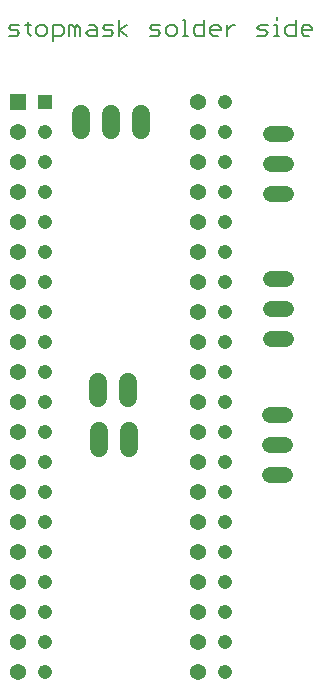
<source format=gbr>
G04 EAGLE Gerber RS-274X export*
G75*
%MOMM*%
%FSLAX34Y34*%
%LPD*%
%INSoldermask Bottom*%
%IPPOS*%
%AMOC8*
5,1,8,0,0,1.08239X$1,22.5*%
G01*
%ADD10R,1.371600X1.371600*%
%ADD11C,1.371600*%
%ADD12R,1.208000X1.208000*%
%ADD13C,1.208000*%
%ADD14C,0.177800*%
%ADD15C,1.524000*%
%ADD16C,1.371600*%


D10*
X21138Y496300D03*
D11*
X21138Y470900D03*
X21138Y445500D03*
X21138Y420100D03*
X21138Y394700D03*
X21138Y369300D03*
X21138Y343900D03*
X21138Y318500D03*
X21138Y293100D03*
X21138Y267700D03*
X21138Y242300D03*
X21138Y216900D03*
X21138Y191500D03*
X21138Y166100D03*
X21138Y140700D03*
X21138Y115300D03*
X21138Y89900D03*
X21138Y64500D03*
X21138Y39100D03*
X21138Y13700D03*
X173538Y13700D03*
X173538Y39100D03*
X173538Y64500D03*
X173538Y89900D03*
X173538Y115300D03*
X173538Y140700D03*
X173538Y166100D03*
X173538Y191500D03*
X173538Y216900D03*
X173538Y242300D03*
X173538Y267700D03*
X173538Y293100D03*
X173538Y318500D03*
X173538Y343900D03*
X173538Y369300D03*
X173538Y394700D03*
X173538Y420100D03*
X173538Y445500D03*
X173538Y470900D03*
X173538Y496300D03*
D12*
X44633Y496300D03*
D13*
X44633Y470900D03*
X44633Y445500D03*
X44633Y420100D03*
X44633Y394700D03*
X44633Y369300D03*
X44633Y343900D03*
X44633Y318500D03*
X44633Y293100D03*
X44633Y267700D03*
X44633Y242300D03*
X44633Y216900D03*
X44633Y191500D03*
X44633Y166100D03*
X44633Y140700D03*
X44633Y115300D03*
X44633Y89900D03*
X44633Y64500D03*
X44633Y39100D03*
X44633Y13700D03*
X197033Y13700D03*
X197033Y39100D03*
X197033Y64500D03*
X197033Y89900D03*
X197033Y115300D03*
X197033Y140700D03*
X197033Y166100D03*
X197033Y191500D03*
X197033Y216900D03*
X197033Y242300D03*
X197033Y267700D03*
X197033Y293100D03*
X197033Y318500D03*
X197033Y343900D03*
X197033Y369300D03*
X197033Y394700D03*
X197033Y420100D03*
X197033Y445500D03*
X197033Y470900D03*
X197033Y496300D03*
D14*
X20326Y552704D02*
X13589Y552704D01*
X20326Y552704D02*
X22571Y554950D01*
X20326Y557195D01*
X15835Y557195D01*
X13589Y559441D01*
X15835Y561686D01*
X22571Y561686D01*
X29867Y563932D02*
X29867Y554950D01*
X32113Y552704D01*
X32113Y561686D02*
X27622Y561686D01*
X39223Y552704D02*
X43714Y552704D01*
X45959Y554950D01*
X45959Y559441D01*
X43714Y561686D01*
X39223Y561686D01*
X36977Y559441D01*
X36977Y554950D01*
X39223Y552704D01*
X51010Y548213D02*
X51010Y561686D01*
X57747Y561686D01*
X59992Y559441D01*
X59992Y554950D01*
X57747Y552704D01*
X51010Y552704D01*
X65043Y552704D02*
X65043Y561686D01*
X67288Y561686D01*
X69534Y559441D01*
X69534Y552704D01*
X69534Y559441D02*
X71779Y561686D01*
X74025Y559441D01*
X74025Y552704D01*
X81321Y561686D02*
X85812Y561686D01*
X88058Y559441D01*
X88058Y552704D01*
X81321Y552704D01*
X79075Y554950D01*
X81321Y557195D01*
X88058Y557195D01*
X93108Y552704D02*
X99845Y552704D01*
X102090Y554950D01*
X99845Y557195D01*
X95354Y557195D01*
X93108Y559441D01*
X95354Y561686D01*
X102090Y561686D01*
X107141Y566178D02*
X107141Y552704D01*
X107141Y557195D02*
X113878Y552704D01*
X107141Y557195D02*
X113878Y561686D01*
X132868Y552704D02*
X139604Y552704D01*
X141850Y554950D01*
X139604Y557195D01*
X135113Y557195D01*
X132868Y559441D01*
X135113Y561686D01*
X141850Y561686D01*
X149146Y552704D02*
X153637Y552704D01*
X155883Y554950D01*
X155883Y559441D01*
X153637Y561686D01*
X149146Y561686D01*
X146900Y559441D01*
X146900Y554950D01*
X149146Y552704D01*
X160933Y566178D02*
X163179Y566178D01*
X163179Y552704D01*
X165424Y552704D02*
X160933Y552704D01*
X179271Y552704D02*
X179271Y566178D01*
X179271Y552704D02*
X172534Y552704D01*
X170288Y554950D01*
X170288Y559441D01*
X172534Y561686D01*
X179271Y561686D01*
X186567Y552704D02*
X191058Y552704D01*
X186567Y552704D02*
X184321Y554950D01*
X184321Y559441D01*
X186567Y561686D01*
X191058Y561686D01*
X193304Y559441D01*
X193304Y557195D01*
X184321Y557195D01*
X198354Y552704D02*
X198354Y561686D01*
X198354Y557195D02*
X202845Y561686D01*
X205091Y561686D01*
X224081Y552704D02*
X230817Y552704D01*
X233063Y554950D01*
X230817Y557195D01*
X226326Y557195D01*
X224081Y559441D01*
X226326Y561686D01*
X233063Y561686D01*
X238113Y561686D02*
X240359Y561686D01*
X240359Y552704D01*
X238113Y552704D02*
X242605Y552704D01*
X240359Y566178D02*
X240359Y568423D01*
X256451Y566178D02*
X256451Y552704D01*
X249714Y552704D01*
X247469Y554950D01*
X247469Y559441D01*
X249714Y561686D01*
X256451Y561686D01*
X263747Y552704D02*
X268238Y552704D01*
X263747Y552704D02*
X261501Y554950D01*
X261501Y559441D01*
X263747Y561686D01*
X268238Y561686D01*
X270484Y559441D01*
X270484Y557195D01*
X261501Y557195D01*
D15*
X125730Y486283D02*
X125730Y472567D01*
X100330Y472567D02*
X100330Y486283D01*
X74930Y486283D02*
X74930Y472567D01*
X89535Y259588D02*
X89535Y245872D01*
X114935Y245872D02*
X114935Y259588D01*
X115570Y217678D02*
X115570Y203962D01*
X90170Y203962D02*
X90170Y217678D01*
D16*
X235839Y346710D02*
X248031Y346710D01*
X248031Y295910D02*
X235839Y295910D01*
X235839Y321310D02*
X248031Y321310D01*
X248031Y469265D02*
X235839Y469265D01*
X235839Y418465D02*
X248031Y418465D01*
X248031Y443865D02*
X235839Y443865D01*
X235204Y231140D02*
X247396Y231140D01*
X247396Y180340D02*
X235204Y180340D01*
X235204Y205740D02*
X247396Y205740D01*
M02*

</source>
